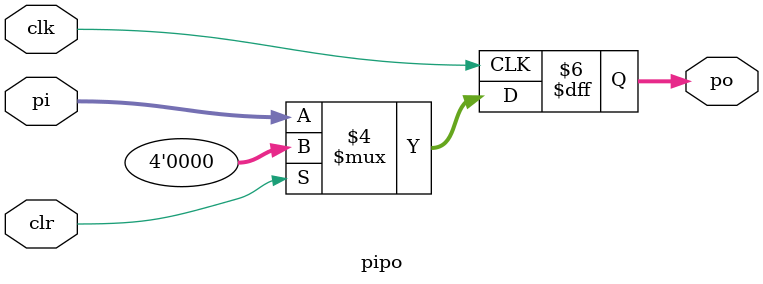
<source format=v>
module pipo(input [3:0]pi, input clk, input clr, output reg [3:0]po);


always @(posedge clk)
begin

if(clr==1)
begin
po<=4'b0000;
end


else
begin
po<=pi;
end
end
endmodule



</source>
